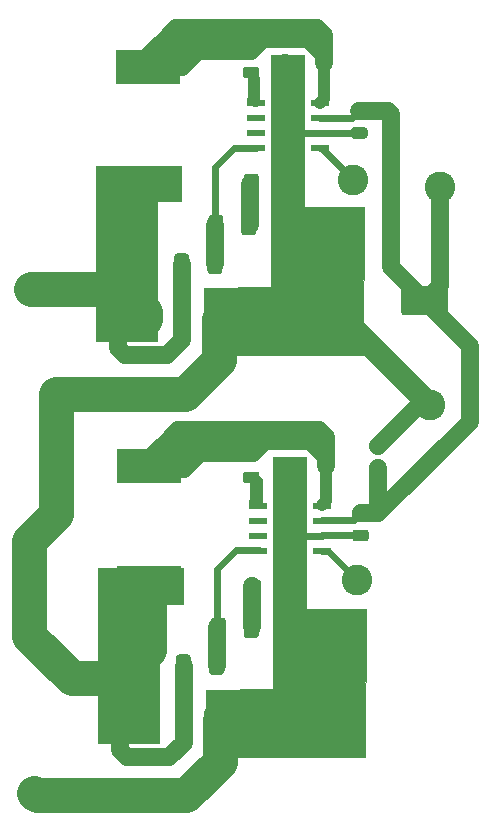
<source format=gbr>
%TF.GenerationSoftware,KiCad,Pcbnew,5.1.6-c6e7f7d~87~ubuntu18.04.1*%
%TF.CreationDate,2021-01-11T16:49:14+13:00*%
%TF.ProjectId,Dual Output Converter,4475616c-204f-4757-9470-757420436f6e,rev?*%
%TF.SameCoordinates,Original*%
%TF.FileFunction,Copper,L1,Top*%
%TF.FilePolarity,Positive*%
%FSLAX46Y46*%
G04 Gerber Fmt 4.6, Leading zero omitted, Abs format (unit mm)*
G04 Created by KiCad (PCBNEW 5.1.6-c6e7f7d~87~ubuntu18.04.1) date 2021-01-11 16:49:14*
%MOMM*%
%LPD*%
G01*
G04 APERTURE LIST*
%TA.AperFunction,NonConductor*%
%ADD10C,0.100000*%
%TD*%
%TA.AperFunction,SMDPad,CuDef*%
%ADD11R,0.900000X1.200000*%
%TD*%
%TA.AperFunction,ComponentPad*%
%ADD12C,2.600000*%
%TD*%
%TA.AperFunction,SMDPad,CuDef*%
%ADD13R,5.400000X2.900000*%
%TD*%
%TA.AperFunction,SMDPad,CuDef*%
%ADD14R,2.600000X3.100000*%
%TD*%
%TA.AperFunction,Conductor*%
%ADD15R,2.950000X4.500000*%
%TD*%
%TA.AperFunction,SMDPad,CuDef*%
%ADD16R,1.550000X0.600000*%
%TD*%
%TA.AperFunction,ViaPad*%
%ADD17C,0.600000*%
%TD*%
%TA.AperFunction,Conductor*%
%ADD18C,1.500000*%
%TD*%
%TA.AperFunction,Conductor*%
%ADD19C,1.000000*%
%TD*%
%TA.AperFunction,Conductor*%
%ADD20C,0.600000*%
%TD*%
%TA.AperFunction,Conductor*%
%ADD21C,3.000000*%
%TD*%
%TA.AperFunction,Conductor*%
%ADD22C,2.000000*%
%TD*%
G04 APERTURE END LIST*
D10*
G36*
X92329000Y-98030800D02*
G01*
X92303600Y-102374200D01*
X97358200Y-102374200D01*
X97332800Y-114896400D01*
X83845400Y-114896400D01*
X83820000Y-109206800D01*
X89509600Y-109181400D01*
X89535000Y-93204800D01*
X89535000Y-89496400D01*
X92329000Y-89496400D01*
X92329000Y-98030800D01*
G37*
X92329000Y-98030800D02*
X92303600Y-102374200D01*
X97358200Y-102374200D01*
X97332800Y-114896400D01*
X83845400Y-114896400D01*
X83820000Y-109206800D01*
X89509600Y-109181400D01*
X89535000Y-93204800D01*
X89535000Y-89496400D01*
X92329000Y-89496400D01*
X92329000Y-98030800D01*
G36*
X81864200Y-101917000D02*
G01*
X79857600Y-101917000D01*
X79832200Y-113728000D01*
X74676000Y-113728000D01*
X74701400Y-98919800D01*
X74701400Y-98894400D01*
X81864200Y-98894400D01*
X81864200Y-101917000D01*
G37*
X81864200Y-101917000D02*
X79857600Y-101917000D01*
X79832200Y-113728000D01*
X74676000Y-113728000D01*
X74701400Y-98919800D01*
X74701400Y-98894400D01*
X81864200Y-98894400D01*
X81864200Y-101917000D01*
G36*
X81686400Y-67868800D02*
G01*
X79679800Y-67868800D01*
X79654400Y-79679800D01*
X74498200Y-79679800D01*
X74523600Y-64871600D01*
X74523600Y-64846200D01*
X81686400Y-64846200D01*
X81686400Y-67868800D01*
G37*
X81686400Y-67868800D02*
X79679800Y-67868800D01*
X79654400Y-79679800D01*
X74498200Y-79679800D01*
X74523600Y-64871600D01*
X74523600Y-64846200D01*
X81686400Y-64846200D01*
X81686400Y-67868800D01*
G36*
X92151200Y-63982600D02*
G01*
X92125800Y-68326000D01*
X97180400Y-68326000D01*
X97155000Y-80848200D01*
X83667600Y-80848200D01*
X83642200Y-75158600D01*
X89331800Y-75133200D01*
X89357200Y-59156600D01*
X89357200Y-55448200D01*
X92151200Y-55448200D01*
X92151200Y-63982600D01*
G37*
X92151200Y-63982600D02*
X92125800Y-68326000D01*
X97180400Y-68326000D01*
X97155000Y-80848200D01*
X83667600Y-80848200D01*
X83642200Y-75158600D01*
X89331800Y-75133200D01*
X89357200Y-59156600D01*
X89357200Y-55448200D01*
X92151200Y-55448200D01*
X92151200Y-63982600D01*
%TO.P,C1,1*%
%TO.N,Net-(C1-Pad1)*%
%TA.AperFunction,SMDPad,CuDef*%
G36*
G01*
X87199150Y-54607400D02*
X88111650Y-54607400D01*
G75*
G02*
X88355400Y-54851150I0J-243750D01*
G01*
X88355400Y-55338650D01*
G75*
G02*
X88111650Y-55582400I-243750J0D01*
G01*
X87199150Y-55582400D01*
G75*
G02*
X86955400Y-55338650I0J243750D01*
G01*
X86955400Y-54851150D01*
G75*
G02*
X87199150Y-54607400I243750J0D01*
G01*
G37*
%TD.AperFunction*%
%TO.P,C1,2*%
%TO.N,Net-(C1-Pad2)*%
%TA.AperFunction,SMDPad,CuDef*%
G36*
G01*
X87199150Y-56482400D02*
X88111650Y-56482400D01*
G75*
G02*
X88355400Y-56726150I0J-243750D01*
G01*
X88355400Y-57213650D01*
G75*
G02*
X88111650Y-57457400I-243750J0D01*
G01*
X87199150Y-57457400D01*
G75*
G02*
X86955400Y-57213650I0J243750D01*
G01*
X86955400Y-56726150D01*
G75*
G02*
X87199150Y-56482400I243750J0D01*
G01*
G37*
%TD.AperFunction*%
%TD*%
%TO.P,C3,1*%
%TO.N,Net-(C3-Pad1)*%
%TA.AperFunction,SMDPad,CuDef*%
G36*
G01*
X96368550Y-59715100D02*
X97281050Y-59715100D01*
G75*
G02*
X97524800Y-59958850I0J-243750D01*
G01*
X97524800Y-60446350D01*
G75*
G02*
X97281050Y-60690100I-243750J0D01*
G01*
X96368550Y-60690100D01*
G75*
G02*
X96124800Y-60446350I0J243750D01*
G01*
X96124800Y-59958850D01*
G75*
G02*
X96368550Y-59715100I243750J0D01*
G01*
G37*
%TD.AperFunction*%
%TO.P,C3,2*%
%TO.N,Net-(C2-Pad2)*%
%TA.AperFunction,SMDPad,CuDef*%
G36*
G01*
X96368550Y-61590100D02*
X97281050Y-61590100D01*
G75*
G02*
X97524800Y-61833850I0J-243750D01*
G01*
X97524800Y-62321350D01*
G75*
G02*
X97281050Y-62565100I-243750J0D01*
G01*
X96368550Y-62565100D01*
G75*
G02*
X96124800Y-62321350I0J243750D01*
G01*
X96124800Y-61833850D01*
G75*
G02*
X96368550Y-61590100I243750J0D01*
G01*
G37*
%TD.AperFunction*%
%TD*%
%TO.P,C4,2*%
%TO.N,Net-(C3-Pad1)*%
%TA.AperFunction,SMDPad,CuDef*%
G36*
G01*
X97917950Y-89961900D02*
X98830450Y-89961900D01*
G75*
G02*
X99074200Y-90205650I0J-243750D01*
G01*
X99074200Y-90693150D01*
G75*
G02*
X98830450Y-90936900I-243750J0D01*
G01*
X97917950Y-90936900D01*
G75*
G02*
X97674200Y-90693150I0J243750D01*
G01*
X97674200Y-90205650D01*
G75*
G02*
X97917950Y-89961900I243750J0D01*
G01*
G37*
%TD.AperFunction*%
%TO.P,C4,1*%
%TO.N,Net-(C2-Pad2)*%
%TA.AperFunction,SMDPad,CuDef*%
G36*
G01*
X97917950Y-88086900D02*
X98830450Y-88086900D01*
G75*
G02*
X99074200Y-88330650I0J-243750D01*
G01*
X99074200Y-88818150D01*
G75*
G02*
X98830450Y-89061900I-243750J0D01*
G01*
X97917950Y-89061900D01*
G75*
G02*
X97674200Y-88818150I0J243750D01*
G01*
X97674200Y-88330650D01*
G75*
G02*
X97917950Y-88086900I243750J0D01*
G01*
G37*
%TD.AperFunction*%
%TD*%
%TO.P,C5,1*%
%TO.N,Net-(C5-Pad1)*%
%TA.AperFunction,SMDPad,CuDef*%
G36*
G01*
X87199150Y-88861100D02*
X88111650Y-88861100D01*
G75*
G02*
X88355400Y-89104850I0J-243750D01*
G01*
X88355400Y-89592350D01*
G75*
G02*
X88111650Y-89836100I-243750J0D01*
G01*
X87199150Y-89836100D01*
G75*
G02*
X86955400Y-89592350I0J243750D01*
G01*
X86955400Y-89104850D01*
G75*
G02*
X87199150Y-88861100I243750J0D01*
G01*
G37*
%TD.AperFunction*%
%TO.P,C5,2*%
%TO.N,Net-(C5-Pad2)*%
%TA.AperFunction,SMDPad,CuDef*%
G36*
G01*
X87199150Y-90736100D02*
X88111650Y-90736100D01*
G75*
G02*
X88355400Y-90979850I0J-243750D01*
G01*
X88355400Y-91467350D01*
G75*
G02*
X88111650Y-91711100I-243750J0D01*
G01*
X87199150Y-91711100D01*
G75*
G02*
X86955400Y-91467350I0J243750D01*
G01*
X86955400Y-90979850D01*
G75*
G02*
X87199150Y-90736100I243750J0D01*
G01*
G37*
%TD.AperFunction*%
%TD*%
%TO.P,C7,2*%
%TO.N,Net-(C6-Pad2)*%
%TA.AperFunction,SMDPad,CuDef*%
G36*
G01*
X96470150Y-95663700D02*
X97382650Y-95663700D01*
G75*
G02*
X97626400Y-95907450I0J-243750D01*
G01*
X97626400Y-96394950D01*
G75*
G02*
X97382650Y-96638700I-243750J0D01*
G01*
X96470150Y-96638700D01*
G75*
G02*
X96226400Y-96394950I0J243750D01*
G01*
X96226400Y-95907450D01*
G75*
G02*
X96470150Y-95663700I243750J0D01*
G01*
G37*
%TD.AperFunction*%
%TO.P,C7,1*%
%TO.N,Net-(C3-Pad1)*%
%TA.AperFunction,SMDPad,CuDef*%
G36*
G01*
X96470150Y-93788700D02*
X97382650Y-93788700D01*
G75*
G02*
X97626400Y-94032450I0J-243750D01*
G01*
X97626400Y-94519950D01*
G75*
G02*
X97382650Y-94763700I-243750J0D01*
G01*
X96470150Y-94763700D01*
G75*
G02*
X96226400Y-94519950I0J243750D01*
G01*
X96226400Y-94032450D01*
G75*
G02*
X96470150Y-93788700I243750J0D01*
G01*
G37*
%TD.AperFunction*%
%TD*%
%TO.P,C8,2*%
%TO.N,Net-(C2-Pad2)*%
%TA.AperFunction,SMDPad,CuDef*%
G36*
G01*
X96362000Y-75276200D02*
X96362000Y-77276200D01*
G75*
G02*
X96112000Y-77526200I-250000J0D01*
G01*
X92612000Y-77526200D01*
G75*
G02*
X92362000Y-77276200I0J250000D01*
G01*
X92362000Y-75276200D01*
G75*
G02*
X92612000Y-75026200I250000J0D01*
G01*
X96112000Y-75026200D01*
G75*
G02*
X96362000Y-75276200I0J-250000D01*
G01*
G37*
%TD.AperFunction*%
%TO.P,C8,1*%
%TO.N,Net-(C3-Pad1)*%
%TA.AperFunction,SMDPad,CuDef*%
G36*
G01*
X104362000Y-75276200D02*
X104362000Y-77276200D01*
G75*
G02*
X104112000Y-77526200I-250000J0D01*
G01*
X100612000Y-77526200D01*
G75*
G02*
X100362000Y-77276200I0J250000D01*
G01*
X100362000Y-75276200D01*
G75*
G02*
X100612000Y-75026200I250000J0D01*
G01*
X104112000Y-75026200D01*
G75*
G02*
X104362000Y-75276200I0J-250000D01*
G01*
G37*
%TD.AperFunction*%
%TD*%
D11*
%TO.P,D1,1*%
%TO.N,Net-(C1-Pad1)*%
X93853000Y-56184800D03*
%TO.P,D1,2*%
%TO.N,Net-(C2-Pad2)*%
X90553000Y-56184800D03*
%TD*%
%TO.P,D2,2*%
%TO.N,Net-(C6-Pad2)*%
X90602800Y-90537800D03*
%TO.P,D2,1*%
%TO.N,Net-(C5-Pad1)*%
X93902800Y-90537800D03*
%TD*%
D12*
%TO.P,J1,1*%
%TO.N,Net-(C3-Pad1)*%
X103632000Y-66624200D03*
%TD*%
%TO.P,J2,1*%
%TO.N,Net-(C2-Pad1)*%
X68986400Y-75285600D03*
%TD*%
%TO.P,J3,1*%
%TO.N,Net-(C2-Pad2)*%
X102819200Y-85064600D03*
%TD*%
%TO.P,J4,1*%
%TO.N,Net-(C2-Pad2)*%
X68884800Y-96621600D03*
%TD*%
%TO.P,J5,1*%
%TO.N,Net-(C6-Pad2)*%
X69316600Y-117932200D03*
%TD*%
%TO.P,J6,1*%
%TO.N,Net-(J6-Pad1)*%
X96291400Y-66014600D03*
%TD*%
%TO.P,J7,1*%
%TO.N,Net-(J7-Pad1)*%
X96647000Y-99961200D03*
%TD*%
D13*
%TO.P,L1,1*%
%TO.N,Net-(C2-Pad1)*%
X78917800Y-66370200D03*
%TO.P,L1,2*%
%TO.N,Net-(C1-Pad1)*%
X78917800Y-56470200D03*
%TD*%
%TO.P,L2,2*%
%TO.N,Net-(C5-Pad1)*%
X79044800Y-90264400D03*
%TO.P,L2,1*%
%TO.N,Net-(C2-Pad2)*%
X79044800Y-100164400D03*
%TD*%
%TO.P,R1,1*%
%TO.N,Net-(C2-Pad1)*%
%TA.AperFunction,SMDPad,CuDef*%
G36*
G01*
X81157000Y-73777000D02*
X81157000Y-72527000D01*
G75*
G02*
X81407000Y-72277000I250000J0D01*
G01*
X82157000Y-72277000D01*
G75*
G02*
X82407000Y-72527000I0J-250000D01*
G01*
X82407000Y-73777000D01*
G75*
G02*
X82157000Y-74027000I-250000J0D01*
G01*
X81407000Y-74027000D01*
G75*
G02*
X81157000Y-73777000I0J250000D01*
G01*
G37*
%TD.AperFunction*%
%TO.P,R1,2*%
%TO.N,Net-(R1-Pad2)*%
%TA.AperFunction,SMDPad,CuDef*%
G36*
G01*
X83957000Y-73777000D02*
X83957000Y-72527000D01*
G75*
G02*
X84207000Y-72277000I250000J0D01*
G01*
X84957000Y-72277000D01*
G75*
G02*
X85207000Y-72527000I0J-250000D01*
G01*
X85207000Y-73777000D01*
G75*
G02*
X84957000Y-74027000I-250000J0D01*
G01*
X84207000Y-74027000D01*
G75*
G02*
X83957000Y-73777000I0J250000D01*
G01*
G37*
%TD.AperFunction*%
%TD*%
D14*
%TO.P,U1,9*%
%TO.N,Net-(C2-Pad2)*%
X90805000Y-61442600D03*
D15*
%TD*%
%TO.N,Net-(C2-Pad2)*%
%TO.C,U1*%
X90805000Y-61442600D03*
D16*
%TO.P,U1,1*%
%TO.N,Net-(C1-Pad2)*%
X88105000Y-59537600D03*
%TO.P,U1,2*%
%TO.N,Net-(U1-Pad2)*%
X88105000Y-60807600D03*
%TO.P,U1,3*%
%TO.N,Net-(U1-Pad3)*%
X88105000Y-62077600D03*
%TO.P,U1,4*%
%TO.N,Net-(R1-Pad2)*%
X88105000Y-63347600D03*
%TO.P,U1,5*%
%TO.N,Net-(J6-Pad1)*%
X93505000Y-63347600D03*
%TO.P,U1,6*%
%TO.N,Net-(C2-Pad2)*%
X93505000Y-62077600D03*
%TO.P,U1,7*%
%TO.N,Net-(C3-Pad1)*%
X93505000Y-60807600D03*
%TO.P,U1,8*%
%TO.N,Net-(C1-Pad1)*%
X93505000Y-59537600D03*
D17*
%TD*%
%TO.N,Net-(C2-Pad2)*%
%TO.C,U1*%
X90205000Y-59642600D03*
%TO.N,Net-(C2-Pad2)*%
%TO.C,U1*%
X90205000Y-60842600D03*
X91405000Y-60842600D03*
X91405000Y-59642600D03*
X90205000Y-63242600D03*
X90205000Y-62142600D03*
X91405000Y-62142600D03*
X91405000Y-63242600D03*
%TD*%
%TO.N,Net-(C6-Pad2)*%
%TO.C,U2*%
X91557400Y-97367000D03*
X91557400Y-96267000D03*
X90357400Y-96267000D03*
X90357400Y-97367000D03*
X91557400Y-93767000D03*
X91557400Y-94967000D03*
X90357400Y-94967000D03*
X90357400Y-93767000D03*
D16*
%TD*%
%TO.P,U2,8*%
%TO.N,Net-(C5-Pad1)*%
X93657400Y-93662000D03*
%TO.P,U2,7*%
%TO.N,Net-(C3-Pad1)*%
X93657400Y-94932000D03*
%TO.P,U2,6*%
%TO.N,Net-(C6-Pad2)*%
X93657400Y-96202000D03*
%TO.P,U2,5*%
%TO.N,Net-(J7-Pad1)*%
X93657400Y-97472000D03*
%TO.P,U2,4*%
%TO.N,Net-(R4-Pad2)*%
X88257400Y-97472000D03*
%TO.P,U2,3*%
%TO.N,Net-(U2-Pad3)*%
X88257400Y-96202000D03*
%TO.P,U2,2*%
%TO.N,Net-(U2-Pad2)*%
X88257400Y-94932000D03*
%TO.P,U2,1*%
%TO.N,Net-(C5-Pad2)*%
X88257400Y-93662000D03*
D15*
%TD*%
%TO.N,Net-(C6-Pad2)*%
%TO.C,U2*%
X90957400Y-95567000D03*
D14*
%TO.P,U2,9*%
%TO.N,Net-(C6-Pad2)*%
X90957400Y-95567000D03*
%TD*%
%TO.P,C2,2*%
%TO.N,Net-(C2-Pad2)*%
%TA.AperFunction,SMDPad,CuDef*%
G36*
G01*
X83876700Y-78850600D02*
X83876700Y-76800600D01*
G75*
G02*
X84126700Y-76550600I250000J0D01*
G01*
X85701700Y-76550600D01*
G75*
G02*
X85951700Y-76800600I0J-250000D01*
G01*
X85951700Y-78850600D01*
G75*
G02*
X85701700Y-79100600I-250000J0D01*
G01*
X84126700Y-79100600D01*
G75*
G02*
X83876700Y-78850600I0J250000D01*
G01*
G37*
%TD.AperFunction*%
%TO.P,C2,1*%
%TO.N,Net-(C2-Pad1)*%
%TA.AperFunction,SMDPad,CuDef*%
G36*
G01*
X77651700Y-78850600D02*
X77651700Y-76800600D01*
G75*
G02*
X77901700Y-76550600I250000J0D01*
G01*
X79476700Y-76550600D01*
G75*
G02*
X79726700Y-76800600I0J-250000D01*
G01*
X79726700Y-78850600D01*
G75*
G02*
X79476700Y-79100600I-250000J0D01*
G01*
X77901700Y-79100600D01*
G75*
G02*
X77651700Y-78850600I0J250000D01*
G01*
G37*
%TD.AperFunction*%
%TD*%
%TO.P,C6,1*%
%TO.N,Net-(C2-Pad2)*%
%TA.AperFunction,SMDPad,CuDef*%
G36*
G01*
X77473900Y-113102000D02*
X77473900Y-111052000D01*
G75*
G02*
X77723900Y-110802000I250000J0D01*
G01*
X79298900Y-110802000D01*
G75*
G02*
X79548900Y-111052000I0J-250000D01*
G01*
X79548900Y-113102000D01*
G75*
G02*
X79298900Y-113352000I-250000J0D01*
G01*
X77723900Y-113352000D01*
G75*
G02*
X77473900Y-113102000I0J250000D01*
G01*
G37*
%TD.AperFunction*%
%TO.P,C6,2*%
%TO.N,Net-(C6-Pad2)*%
%TA.AperFunction,SMDPad,CuDef*%
G36*
G01*
X83698900Y-113102000D02*
X83698900Y-111052000D01*
G75*
G02*
X83948900Y-110802000I250000J0D01*
G01*
X85523900Y-110802000D01*
G75*
G02*
X85773900Y-111052000I0J-250000D01*
G01*
X85773900Y-113102000D01*
G75*
G02*
X85523900Y-113352000I-250000J0D01*
G01*
X83948900Y-113352000D01*
G75*
G02*
X83698900Y-113102000I0J250000D01*
G01*
G37*
%TD.AperFunction*%
%TD*%
%TO.P,R2,1*%
%TO.N,Net-(R1-Pad2)*%
%TA.AperFunction,SMDPad,CuDef*%
G36*
G01*
X84041300Y-70500400D02*
X84041300Y-69250400D01*
G75*
G02*
X84291300Y-69000400I250000J0D01*
G01*
X85041300Y-69000400D01*
G75*
G02*
X85291300Y-69250400I0J-250000D01*
G01*
X85291300Y-70500400D01*
G75*
G02*
X85041300Y-70750400I-250000J0D01*
G01*
X84291300Y-70750400D01*
G75*
G02*
X84041300Y-70500400I0J250000D01*
G01*
G37*
%TD.AperFunction*%
%TO.P,R2,2*%
%TO.N,Net-(R2-Pad2)*%
%TA.AperFunction,SMDPad,CuDef*%
G36*
G01*
X86841300Y-70500400D02*
X86841300Y-69250400D01*
G75*
G02*
X87091300Y-69000400I250000J0D01*
G01*
X87841300Y-69000400D01*
G75*
G02*
X88091300Y-69250400I0J-250000D01*
G01*
X88091300Y-70500400D01*
G75*
G02*
X87841300Y-70750400I-250000J0D01*
G01*
X87091300Y-70750400D01*
G75*
G02*
X86841300Y-70500400I0J250000D01*
G01*
G37*
%TD.AperFunction*%
%TD*%
%TO.P,R3,2*%
%TO.N,Net-(C2-Pad2)*%
%TA.AperFunction,SMDPad,CuDef*%
G36*
G01*
X89838500Y-67020600D02*
X89838500Y-65770600D01*
G75*
G02*
X90088500Y-65520600I250000J0D01*
G01*
X90838500Y-65520600D01*
G75*
G02*
X91088500Y-65770600I0J-250000D01*
G01*
X91088500Y-67020600D01*
G75*
G02*
X90838500Y-67270600I-250000J0D01*
G01*
X90088500Y-67270600D01*
G75*
G02*
X89838500Y-67020600I0J250000D01*
G01*
G37*
%TD.AperFunction*%
%TO.P,R3,1*%
%TO.N,Net-(R2-Pad2)*%
%TA.AperFunction,SMDPad,CuDef*%
G36*
G01*
X87038500Y-67020600D02*
X87038500Y-65770600D01*
G75*
G02*
X87288500Y-65520600I250000J0D01*
G01*
X88038500Y-65520600D01*
G75*
G02*
X88288500Y-65770600I0J-250000D01*
G01*
X88288500Y-67020600D01*
G75*
G02*
X88038500Y-67270600I-250000J0D01*
G01*
X87288500Y-67270600D01*
G75*
G02*
X87038500Y-67020600I0J250000D01*
G01*
G37*
%TD.AperFunction*%
%TD*%
%TO.P,R4,1*%
%TO.N,Net-(C2-Pad2)*%
%TA.AperFunction,SMDPad,CuDef*%
G36*
G01*
X81298100Y-107723600D02*
X81298100Y-106473600D01*
G75*
G02*
X81548100Y-106223600I250000J0D01*
G01*
X82298100Y-106223600D01*
G75*
G02*
X82548100Y-106473600I0J-250000D01*
G01*
X82548100Y-107723600D01*
G75*
G02*
X82298100Y-107973600I-250000J0D01*
G01*
X81548100Y-107973600D01*
G75*
G02*
X81298100Y-107723600I0J250000D01*
G01*
G37*
%TD.AperFunction*%
%TO.P,R4,2*%
%TO.N,Net-(R4-Pad2)*%
%TA.AperFunction,SMDPad,CuDef*%
G36*
G01*
X84098100Y-107723600D02*
X84098100Y-106473600D01*
G75*
G02*
X84348100Y-106223600I250000J0D01*
G01*
X85098100Y-106223600D01*
G75*
G02*
X85348100Y-106473600I0J-250000D01*
G01*
X85348100Y-107723600D01*
G75*
G02*
X85098100Y-107973600I-250000J0D01*
G01*
X84348100Y-107973600D01*
G75*
G02*
X84098100Y-107723600I0J250000D01*
G01*
G37*
%TD.AperFunction*%
%TD*%
%TO.P,R5,2*%
%TO.N,Net-(R5-Pad2)*%
%TA.AperFunction,SMDPad,CuDef*%
G36*
G01*
X87044500Y-104599400D02*
X87044500Y-103349400D01*
G75*
G02*
X87294500Y-103099400I250000J0D01*
G01*
X88044500Y-103099400D01*
G75*
G02*
X88294500Y-103349400I0J-250000D01*
G01*
X88294500Y-104599400D01*
G75*
G02*
X88044500Y-104849400I-250000J0D01*
G01*
X87294500Y-104849400D01*
G75*
G02*
X87044500Y-104599400I0J250000D01*
G01*
G37*
%TD.AperFunction*%
%TO.P,R5,1*%
%TO.N,Net-(R4-Pad2)*%
%TA.AperFunction,SMDPad,CuDef*%
G36*
G01*
X84244500Y-104599400D02*
X84244500Y-103349400D01*
G75*
G02*
X84494500Y-103099400I250000J0D01*
G01*
X85244500Y-103099400D01*
G75*
G02*
X85494500Y-103349400I0J-250000D01*
G01*
X85494500Y-104599400D01*
G75*
G02*
X85244500Y-104849400I-250000J0D01*
G01*
X84494500Y-104849400D01*
G75*
G02*
X84244500Y-104599400I0J250000D01*
G01*
G37*
%TD.AperFunction*%
%TD*%
%TO.P,R6,1*%
%TO.N,Net-(R5-Pad2)*%
%TA.AperFunction,SMDPad,CuDef*%
G36*
G01*
X87267100Y-101399000D02*
X87267100Y-100149000D01*
G75*
G02*
X87517100Y-99899000I250000J0D01*
G01*
X88267100Y-99899000D01*
G75*
G02*
X88517100Y-100149000I0J-250000D01*
G01*
X88517100Y-101399000D01*
G75*
G02*
X88267100Y-101649000I-250000J0D01*
G01*
X87517100Y-101649000D01*
G75*
G02*
X87267100Y-101399000I0J250000D01*
G01*
G37*
%TD.AperFunction*%
%TO.P,R6,2*%
%TO.N,Net-(C6-Pad2)*%
%TA.AperFunction,SMDPad,CuDef*%
G36*
G01*
X90067100Y-101399000D02*
X90067100Y-100149000D01*
G75*
G02*
X90317100Y-99899000I250000J0D01*
G01*
X91067100Y-99899000D01*
G75*
G02*
X91317100Y-100149000I0J-250000D01*
G01*
X91317100Y-101399000D01*
G75*
G02*
X91067100Y-101649000I-250000J0D01*
G01*
X90317100Y-101649000D01*
G75*
G02*
X90067100Y-101399000I0J250000D01*
G01*
G37*
%TD.AperFunction*%
%TD*%
D18*
%TO.N,Net-(C5-Pad1)*%
X93446600Y-87235800D02*
X81483200Y-87235800D01*
X94030800Y-90233000D02*
X94030800Y-87820000D01*
X87833200Y-89143100D02*
X80470900Y-89143100D01*
X82981800Y-89496400D02*
X82981800Y-88124800D01*
X79095600Y-89623400D02*
X79095600Y-90518400D01*
X82981800Y-88124800D02*
X80594200Y-88124800D01*
D19*
X94030800Y-90233000D02*
X94030800Y-93237800D01*
D18*
X88851500Y-88124800D02*
X87833200Y-89143100D01*
D19*
X94030800Y-93237800D02*
X93682800Y-93585800D01*
D18*
X79095600Y-90518400D02*
X81959800Y-90518400D01*
X80594200Y-88124800D02*
X79095600Y-89623400D01*
X81483200Y-87235800D02*
X80594200Y-88124800D01*
X94030800Y-89496400D02*
X92659200Y-88124800D01*
X80470900Y-89143100D02*
X79095600Y-90518400D01*
X88851500Y-88124800D02*
X82981800Y-88124800D01*
X92659200Y-88124800D02*
X88851500Y-88124800D01*
X81959800Y-90518400D02*
X82981800Y-89496400D01*
X94030800Y-87820000D02*
X93446600Y-87235800D01*
X94030800Y-90233000D02*
X94030800Y-89496400D01*
D20*
%TO.N,Net-(C5-Pad2)*%
X88282800Y-93585800D02*
X88087200Y-93585800D01*
X88087200Y-93585800D02*
X87757000Y-93255600D01*
X88282800Y-91467700D02*
X87833200Y-91018100D01*
X88282800Y-93585800D02*
X88282800Y-91467700D01*
X87833200Y-92950800D02*
X87833200Y-91018100D01*
%TO.N,Net-(C6-Pad2)*%
X97002600Y-96125800D02*
X93682800Y-96125800D01*
D18*
%TO.N,Net-(C2-Pad2)*%
X79095600Y-111645200D02*
X78867000Y-111873800D01*
X79095600Y-100418400D02*
X79095600Y-100469200D01*
X79095600Y-100418400D02*
X79095600Y-111645200D01*
D20*
%TO.N,Net-(C3-Pad1)*%
X97002600Y-94250800D02*
X96397600Y-94855800D01*
X96397600Y-94855800D02*
X93682800Y-94855800D01*
%TO.N,Net-(R4-Pad2)*%
X84756600Y-99024600D02*
X84756600Y-103923600D01*
D18*
X84756600Y-107197000D02*
X84759800Y-107200200D01*
D20*
X88282800Y-97395800D02*
X86385400Y-97395800D01*
D18*
X84756600Y-103923600D02*
X84756600Y-107197000D01*
D20*
X86385400Y-97395800D02*
X84756600Y-99024600D01*
D18*
%TO.N,Net-(R5-Pad2)*%
X87753800Y-100443800D02*
X87753800Y-103901400D01*
X87753800Y-103901400D02*
X87731600Y-103923600D01*
D19*
%TO.N,Net-(C1-Pad1)*%
X93853000Y-59189600D02*
X93505000Y-59537600D01*
X93853000Y-56184800D02*
X93853000Y-59189600D01*
D18*
X93853000Y-56184800D02*
X93853000Y-55448200D01*
X93853000Y-55448200D02*
X92481400Y-54076600D01*
X88673700Y-54076600D02*
X87655400Y-55094900D01*
X92481400Y-54076600D02*
X88673700Y-54076600D01*
X80293100Y-55094900D02*
X78917800Y-56470200D01*
X87655400Y-55094900D02*
X80293100Y-55094900D01*
X78917800Y-55575200D02*
X78917800Y-56470200D01*
X80416400Y-54076600D02*
X78917800Y-55575200D01*
X93853000Y-56184800D02*
X93853000Y-53771800D01*
X93853000Y-53771800D02*
X93268800Y-53187600D01*
X81305400Y-53187600D02*
X80416400Y-54076600D01*
X93268800Y-53187600D02*
X81305400Y-53187600D01*
X78917800Y-56470200D02*
X81782000Y-56470200D01*
X82804000Y-55448200D02*
X82804000Y-54076600D01*
X81782000Y-56470200D02*
X82804000Y-55448200D01*
X88673700Y-54076600D02*
X82804000Y-54076600D01*
X82804000Y-54076600D02*
X80416400Y-54076600D01*
D20*
%TO.N,Net-(C1-Pad2)*%
X88105000Y-57419500D02*
X87655400Y-56969900D01*
X88105000Y-59537600D02*
X88105000Y-57419500D01*
X87655400Y-58902600D02*
X87655400Y-56969900D01*
X88105000Y-59537600D02*
X87909400Y-59537600D01*
X87909400Y-59537600D02*
X87579200Y-59207400D01*
%TO.N,Net-(C2-Pad2)*%
X96824800Y-62077600D02*
X93505000Y-62077600D01*
D18*
X81959800Y-113683200D02*
X81959800Y-107200200D01*
X77444600Y-112077000D02*
X76530200Y-112991400D01*
X78511400Y-112077000D02*
X77444600Y-112077000D01*
X76530200Y-112991400D02*
X76530200Y-114312200D01*
X80721200Y-114921800D02*
X81959800Y-113683200D01*
X76530200Y-114312200D02*
X77139800Y-114921800D01*
X77139800Y-114921800D02*
X80721200Y-114921800D01*
X90551000Y-61696600D02*
X90805000Y-61442600D01*
X90551000Y-66395600D02*
X90551000Y-61696600D01*
X90553000Y-61190600D02*
X90805000Y-61442600D01*
X90553000Y-56184800D02*
X90553000Y-61190600D01*
X90551000Y-66395600D02*
X90551000Y-76352400D01*
X89077800Y-77825600D02*
X84914200Y-77825600D01*
X90551000Y-76352400D02*
X89077800Y-77825600D01*
D20*
X91470000Y-62077600D02*
X91405000Y-62142600D01*
X93505000Y-62077600D02*
X91470000Y-62077600D01*
D21*
X84914200Y-77825600D02*
X84914200Y-81303400D01*
X84914200Y-81303400D02*
X82042000Y-84175600D01*
X82042000Y-84175600D02*
X71145400Y-84175600D01*
X71145400Y-94361000D02*
X68884800Y-96621600D01*
X71145400Y-84175600D02*
X71145400Y-94361000D01*
X79044800Y-100164400D02*
X79044800Y-105816400D01*
X79044800Y-105816400D02*
X76606400Y-108254800D01*
X76606400Y-108254800D02*
X72491600Y-108254800D01*
X68884800Y-104648000D02*
X68884800Y-96621600D01*
X72491600Y-108254800D02*
X68884800Y-104648000D01*
X94285800Y-76352400D02*
X94362000Y-76276200D01*
X90551000Y-76352400D02*
X94285800Y-76352400D01*
D22*
X94362000Y-76607400D02*
X102819200Y-85064600D01*
X94362000Y-76276200D02*
X94362000Y-76607400D01*
D18*
X101884000Y-85064600D02*
X98374200Y-88574400D01*
X102819200Y-85064600D02*
X101884000Y-85064600D01*
%TO.N,Net-(C2-Pad1)*%
X78917800Y-77597000D02*
X78689200Y-77825600D01*
X78917800Y-66370200D02*
X78917800Y-77597000D01*
X78917800Y-66370200D02*
X78917800Y-66421000D01*
X81782000Y-79635000D02*
X81782000Y-73152000D01*
X77470000Y-77825600D02*
X76352400Y-78943200D01*
X76352400Y-80264000D02*
X76962000Y-80873600D01*
X78689200Y-77825600D02*
X77470000Y-77825600D01*
X76352400Y-78943200D02*
X76352400Y-80264000D01*
X76962000Y-80873600D02*
X80543400Y-80873600D01*
X80543400Y-80873600D02*
X81782000Y-79635000D01*
D21*
X78689200Y-77825600D02*
X78689200Y-77241400D01*
X76733400Y-75285600D02*
X68986400Y-75285600D01*
X78689200Y-77241400D02*
X76733400Y-75285600D01*
D20*
%TO.N,Net-(C3-Pad1)*%
X96219800Y-60807600D02*
X93505000Y-60807600D01*
X96824800Y-60202600D02*
X96219800Y-60807600D01*
D18*
X102362000Y-76276200D02*
X99491800Y-73406000D01*
X99491800Y-73406000D02*
X99491800Y-60452000D01*
X99242400Y-60202600D02*
X96824800Y-60202600D01*
X99491800Y-60452000D02*
X99242400Y-60202600D01*
X103632000Y-75006200D02*
X102362000Y-76276200D01*
X103632000Y-66624200D02*
X103632000Y-75006200D01*
X96926400Y-94276200D02*
X98408200Y-94276200D01*
X98408200Y-94276200D02*
X106172000Y-86512400D01*
X106172000Y-80086200D02*
X102362000Y-76276200D01*
X106172000Y-86512400D02*
X106172000Y-80086200D01*
X98374200Y-94242200D02*
X98408200Y-94276200D01*
X98374200Y-90449400D02*
X98374200Y-94242200D01*
%TO.N,Net-(C6-Pad2)*%
X90602800Y-95212400D02*
X90957400Y-95567000D01*
X90602800Y-90537800D02*
X90602800Y-95212400D01*
X90779600Y-95744800D02*
X90957400Y-95567000D01*
X90779600Y-100774000D02*
X90779600Y-95744800D01*
X90779600Y-100774000D02*
X90779600Y-111162600D01*
X89865200Y-112077000D02*
X84736400Y-112077000D01*
X90779600Y-111162600D02*
X89865200Y-112077000D01*
D20*
X91592400Y-96202000D02*
X90957400Y-95567000D01*
X93657400Y-96202000D02*
X91592400Y-96202000D01*
D21*
X69545200Y-118160800D02*
X69316600Y-117932200D01*
X82143600Y-118160800D02*
X69545200Y-118160800D01*
X85015800Y-111810800D02*
X85015800Y-115288600D01*
X85015800Y-115288600D02*
X82143600Y-118160800D01*
D20*
%TO.N,Net-(J6-Pad1)*%
X93624400Y-63347600D02*
X96291400Y-66014600D01*
X93505000Y-63347600D02*
X93624400Y-63347600D01*
%TO.N,Net-(J7-Pad1)*%
X94157800Y-97472000D02*
X96647000Y-99961200D01*
X93657400Y-97472000D02*
X94157800Y-97472000D01*
%TO.N,Net-(R1-Pad2)*%
X88105000Y-63347600D02*
X86207600Y-63347600D01*
X84578800Y-64976400D02*
X84578800Y-69875400D01*
X86207600Y-63347600D02*
X84578800Y-64976400D01*
D18*
X84578800Y-73148800D02*
X84582000Y-73152000D01*
X84578800Y-69875400D02*
X84578800Y-73148800D01*
%TO.N,Net-(R2-Pad2)*%
X87576000Y-69853200D02*
X87553800Y-69875400D01*
X87576000Y-66395600D02*
X87576000Y-69853200D01*
%TD*%
M02*

</source>
